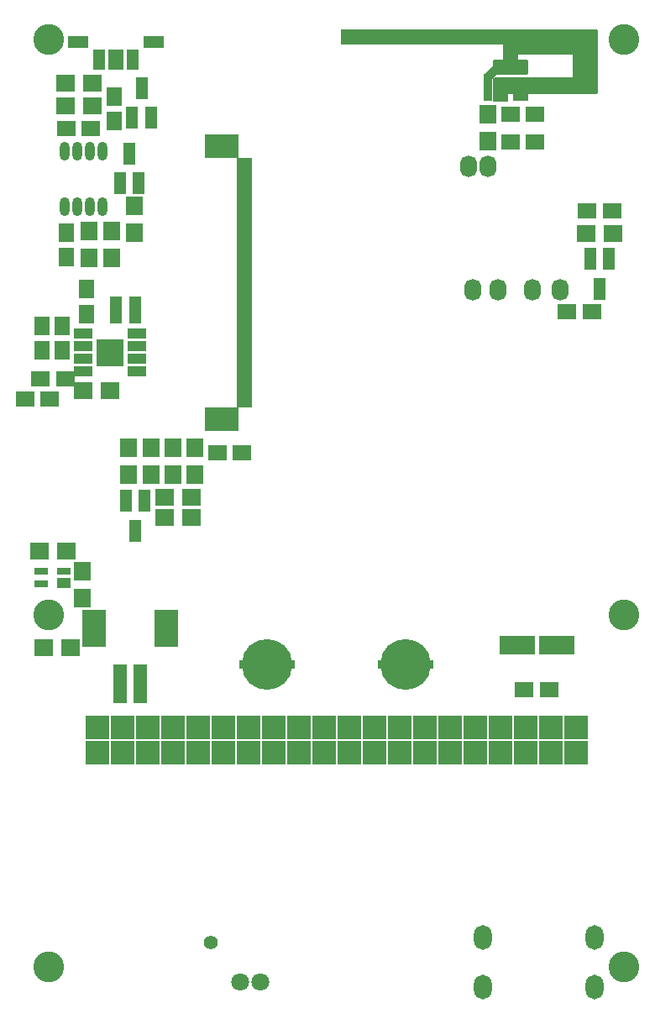
<source format=gbr>
G04 #@! TF.FileFunction,Soldermask,Bot*
%FSLAX46Y46*%
G04 Gerber Fmt 4.6, Leading zero omitted, Abs format (unit mm)*
G04 Created by KiCad (PCBNEW 4.0.5) date 03/19/17 00:11:40*
%MOMM*%
%LPD*%
G01*
G04 APERTURE LIST*
%ADD10C,0.100000*%
%ADD11R,2.100000X1.300000*%
%ADD12R,1.200000X2.000000*%
%ADD13R,1.600000X2.000000*%
%ADD14C,3.100000*%
%ADD15R,2.400000X2.400000*%
%ADD16C,1.800000*%
%ADD17O,1.800000X2.500000*%
%ADD18C,1.400000*%
%ADD19O,1.700000X2.200000*%
%ADD20O,1.009600X1.873200*%
%ADD21R,1.950000X1.000000*%
%ADD22R,1.575000X1.575000*%
%ADD23R,1.200000X2.300000*%
%ADD24R,1.700000X1.900000*%
%ADD25R,1.650000X1.900000*%
%ADD26R,1.900000X1.700000*%
%ADD27R,1.650000X0.700000*%
%ADD28R,3.400000X2.400000*%
%ADD29R,1.900000X1.650000*%
%ADD30R,25.780000X1.610000*%
%ADD31R,7.400000X2.610000*%
%ADD32R,2.580000X6.370000*%
%ADD33R,10.380000X1.690000*%
%ADD34R,3.400000X1.610000*%
%ADD35R,3.600000X1.410000*%
%ADD36R,1.600000X4.620000*%
%ADD37R,1.550000X2.430000*%
%ADD38R,1.550000X2.330000*%
%ADD39R,0.860000X2.766000*%
%ADD40C,0.600000*%
%ADD41R,1.980000X1.410000*%
%ADD42R,0.600000X0.600000*%
%ADD43R,0.450000X2.200000*%
%ADD44R,3.900000X0.650000*%
%ADD45C,5.100000*%
%ADD46R,2.520000X0.270000*%
%ADD47R,3.500000X0.450000*%
%ADD48R,2.800000X0.450000*%
%ADD49R,0.900000X0.900000*%
%ADD50R,0.270000X0.270000*%
%ADD51R,0.650000X0.650000*%
%ADD52R,0.520000X0.270000*%
%ADD53R,1.150000X0.650000*%
%ADD54R,0.900000X0.650000*%
%ADD55R,0.170000X0.520000*%
%ADD56R,0.270000X0.520000*%
%ADD57R,0.220000X0.220000*%
%ADD58R,0.420000X0.250000*%
%ADD59R,0.420000X0.420000*%
%ADD60R,1.200000X0.630000*%
%ADD61R,1.400000X0.630000*%
%ADD62R,0.650000X0.800000*%
%ADD63R,0.270000X0.420000*%
%ADD64R,0.800000X0.650000*%
%ADD65C,0.220000*%
%ADD66R,1.250000X2.700000*%
%ADD67R,1.400000X0.800000*%
%ADD68R,1.400000X1.000000*%
%ADD69R,3.600000X1.900000*%
%ADD70R,1.400000X3.900000*%
%ADD71R,2.400000X3.800000*%
G04 APERTURE END LIST*
D10*
D11*
X84060000Y-64510000D03*
X76460000Y-64510000D03*
D12*
X81960000Y-66310000D03*
D13*
X80260000Y-66310000D03*
D12*
X78560000Y-66310000D03*
D14*
X131500000Y-157750000D03*
D15*
X126645000Y-133560000D03*
X126645000Y-136100000D03*
X124105000Y-136100000D03*
X121565000Y-136100000D03*
X119025000Y-136100000D03*
X116485000Y-136100000D03*
X113945000Y-136100000D03*
X111405000Y-136100000D03*
X108865000Y-136100000D03*
X106325000Y-136100000D03*
X103785000Y-136100000D03*
X101245000Y-136100000D03*
X98705000Y-136100000D03*
X96165000Y-136100000D03*
X93625000Y-136100000D03*
X91085000Y-136100000D03*
X88545000Y-136100000D03*
X86005000Y-136100000D03*
X83465000Y-136100000D03*
X80925000Y-136100000D03*
X78385000Y-136100000D03*
X124105000Y-133560000D03*
X121565000Y-133560000D03*
X119025000Y-133560000D03*
X116485000Y-133560000D03*
X113945000Y-133560000D03*
X111405000Y-133560000D03*
X108865000Y-133560000D03*
X106325000Y-133560000D03*
X103785000Y-133560000D03*
X101245000Y-133560000D03*
X98705000Y-133560000D03*
X96165000Y-133560000D03*
X93625000Y-133560000D03*
X91085000Y-133560000D03*
X88545000Y-133560000D03*
X83465000Y-133560000D03*
X86005000Y-133560000D03*
X80925000Y-133560000D03*
X78385000Y-133560000D03*
D16*
X92785000Y-159260000D03*
X94785000Y-159260000D03*
D17*
X117285000Y-154760000D03*
X117285000Y-159760000D03*
X128535000Y-159760000D03*
X128535000Y-154760000D03*
D18*
X89785000Y-155260000D03*
D19*
X125065000Y-89460000D03*
X122265000Y-89460000D03*
X118765000Y-89460000D03*
X116285000Y-89460000D03*
X115785000Y-77060000D03*
X117785000Y-77060000D03*
D20*
X75106299Y-75536865D03*
X76376299Y-75536865D03*
X77646299Y-75536865D03*
X78916299Y-75536865D03*
X78916299Y-81124865D03*
X77646299Y-81124865D03*
X76376299Y-81124865D03*
X75106299Y-81124865D03*
D21*
X82383399Y-93902157D03*
X82383399Y-95172157D03*
X82383399Y-96442157D03*
X82383399Y-97712157D03*
X76983399Y-97712157D03*
X76983399Y-96442157D03*
X76983399Y-95172157D03*
X76983399Y-93902157D03*
D22*
X79095899Y-96394657D03*
X79095899Y-95219657D03*
X80270899Y-96394657D03*
X80270899Y-95219657D03*
D23*
X81249155Y-110748315D03*
X83149155Y-110748315D03*
X82199155Y-113748315D03*
X83803299Y-72148315D03*
X81903299Y-72148315D03*
X82853299Y-69148315D03*
D14*
X73500000Y-122250000D03*
D24*
X88199155Y-108098315D03*
X88199155Y-105398315D03*
D25*
X72830000Y-95600000D03*
X72830000Y-93100000D03*
D24*
X81499155Y-108098315D03*
X81499155Y-105398315D03*
X85999155Y-108098315D03*
X85999155Y-105398315D03*
D26*
X76949155Y-99648315D03*
X79649155Y-99648315D03*
D27*
X93235000Y-101010000D03*
X93235000Y-100510000D03*
D28*
X90910000Y-102550000D03*
D27*
X93235000Y-99510000D03*
X93235000Y-100010000D03*
X93235000Y-99010000D03*
X93235000Y-98010000D03*
X93235000Y-98510000D03*
X93235000Y-97510000D03*
X93235000Y-96510000D03*
X93235000Y-97010000D03*
X93235000Y-94510000D03*
X93235000Y-94010000D03*
X93235000Y-93510000D03*
X93235000Y-93010000D03*
X93235000Y-92010000D03*
X93235000Y-92510000D03*
X93235000Y-91510000D03*
X93235000Y-95010000D03*
X93235000Y-95510000D03*
X93235000Y-96010000D03*
X93235000Y-82510000D03*
X93235000Y-81510000D03*
X93235000Y-82010000D03*
X93235000Y-83510000D03*
X93235000Y-83010000D03*
X93235000Y-84010000D03*
X93235000Y-91010000D03*
X93235000Y-90010000D03*
X93235000Y-90510000D03*
X93235000Y-88510000D03*
X93235000Y-87510000D03*
X93235000Y-88010000D03*
X93235000Y-89510000D03*
X93235000Y-89010000D03*
X93235000Y-86510000D03*
X93235000Y-85510000D03*
X93235000Y-87010000D03*
X93235000Y-86010000D03*
X93235000Y-84510000D03*
X93235000Y-85010000D03*
X93235000Y-80010000D03*
X93235000Y-81010000D03*
X93235000Y-80510000D03*
X93235000Y-79010000D03*
X93235000Y-79510000D03*
X93235000Y-78510000D03*
X93235000Y-76510000D03*
X93235000Y-78010000D03*
X93235000Y-77010000D03*
X93235000Y-77510000D03*
D28*
X90910000Y-74970000D03*
D29*
X75149155Y-98448315D03*
X72649155Y-98448315D03*
D26*
X87849155Y-112448315D03*
X85149155Y-112448315D03*
X85149155Y-110348315D03*
X87849155Y-110348315D03*
D29*
X90464000Y-105918000D03*
X92964000Y-105918000D03*
D26*
X72999155Y-125498315D03*
X75699155Y-125498315D03*
D29*
X122535000Y-74560000D03*
X120035000Y-74560000D03*
X122535000Y-71810000D03*
X120035000Y-71810000D03*
D24*
X117785000Y-74510000D03*
X117785000Y-71810000D03*
X83799155Y-108098315D03*
X83799155Y-105398315D03*
D29*
X128250000Y-91694000D03*
X125750000Y-91694000D03*
D25*
X80059299Y-72468865D03*
X80059299Y-69968865D03*
D29*
X75253299Y-73250865D03*
X77753299Y-73250865D03*
D25*
X75233299Y-83684865D03*
X75233299Y-86184865D03*
D23*
X82549155Y-78748315D03*
X80649155Y-78748315D03*
X81599155Y-75748315D03*
D26*
X77853299Y-68678865D03*
X75153299Y-68678865D03*
X77853299Y-70964865D03*
X75153299Y-70964865D03*
D24*
X79805299Y-83584865D03*
X79805299Y-86284865D03*
X82091299Y-81044865D03*
X82091299Y-83744865D03*
X77519299Y-86284865D03*
X77519299Y-83584865D03*
D25*
X74862000Y-95600000D03*
X74862000Y-93100000D03*
X77321166Y-91921750D03*
X77321166Y-89421750D03*
D14*
X131500000Y-122250000D03*
X131500000Y-64250000D03*
X73500000Y-64250000D03*
X73500000Y-157750000D03*
D30*
X115875000Y-63985000D03*
D31*
X122985000Y-64485000D03*
D32*
X127575000Y-66465000D03*
D33*
X123575000Y-68905000D03*
D34*
X120085000Y-66995000D03*
D35*
X120085000Y-66995000D03*
D36*
X120085000Y-65490000D03*
D37*
X121110000Y-69275000D03*
D38*
X119060000Y-69325000D03*
D39*
X117805000Y-69107000D03*
D10*
G36*
X119093005Y-67298107D02*
X117929107Y-68462005D01*
X117320995Y-67853893D01*
X118484893Y-66689995D01*
X119093005Y-67298107D01*
X119093005Y-67298107D01*
G37*
D40*
X128565000Y-63480000D03*
X128565000Y-69450000D03*
X118585000Y-68360000D03*
X117675000Y-67924000D03*
X118585000Y-66490000D03*
X121585000Y-67500000D03*
X121585000Y-66490000D03*
D41*
X103875000Y-63985000D03*
D40*
X103185000Y-63480000D03*
X103185000Y-64490000D03*
D42*
X118585000Y-67500000D03*
D43*
X93485000Y-127260000D03*
X97485000Y-127260000D03*
D44*
X95685000Y-127260000D03*
D45*
X95485000Y-127260000D03*
D44*
X95358000Y-127760000D03*
D46*
X95425000Y-125260000D03*
D47*
X95739000Y-126260000D03*
D44*
X95358000Y-126760000D03*
D46*
X95425000Y-129260000D03*
D48*
X95175000Y-125760000D03*
D47*
X95739000Y-128260000D03*
D48*
X95175000Y-128760000D03*
D10*
G36*
X96671146Y-129395564D02*
X96464314Y-129222012D01*
X97418854Y-128084436D01*
X97625686Y-128257988D01*
X96671146Y-129395564D01*
X96671146Y-129395564D01*
G37*
G36*
X93216246Y-128246605D02*
X93560966Y-127957351D01*
X94203754Y-128723395D01*
X93859034Y-129012649D01*
X93216246Y-128246605D01*
X93216246Y-128246605D01*
G37*
G36*
X93560966Y-126562649D02*
X93216246Y-126273395D01*
X93859034Y-125507351D01*
X94203754Y-125796605D01*
X93560966Y-126562649D01*
X93560966Y-126562649D01*
G37*
G36*
X96464314Y-125297988D02*
X96671146Y-125124436D01*
X97625686Y-126262012D01*
X97418854Y-126435564D01*
X96464314Y-125297988D01*
X96464314Y-125297988D01*
G37*
D49*
X93135000Y-127260000D03*
X97835000Y-127260000D03*
D50*
X96545000Y-129260000D03*
D51*
X97315000Y-128260000D03*
D52*
X97255000Y-126260000D03*
D50*
X96545000Y-125260000D03*
D51*
X93995000Y-128760000D03*
D53*
X93735000Y-127760000D03*
D51*
X94005000Y-125760000D03*
D54*
X93645000Y-126760000D03*
D55*
X93515000Y-128100000D03*
D10*
G36*
X93521442Y-128424972D02*
X93380028Y-128256442D01*
X93548558Y-128115028D01*
X93689972Y-128283558D01*
X93521442Y-128424972D01*
X93521442Y-128424972D01*
G37*
D56*
X93485000Y-127920000D03*
D53*
X94205000Y-127760000D03*
X94705000Y-127760000D03*
X97625000Y-127260000D03*
D10*
G36*
X96969332Y-125854931D02*
X97137861Y-125713517D01*
X97600668Y-126265069D01*
X97432139Y-126406483D01*
X96969332Y-125854931D01*
X96969332Y-125854931D01*
G37*
D57*
X97375000Y-126220000D03*
X97475000Y-128190000D03*
D58*
X93595000Y-127770000D03*
D59*
X93325000Y-127250000D03*
D50*
X96415000Y-125260000D03*
X96315000Y-125260000D03*
D51*
X96175000Y-125260000D03*
X96035000Y-125260000D03*
X95855000Y-125260000D03*
D60*
X97235000Y-127260000D03*
D61*
X96745000Y-127260000D03*
D62*
X93485000Y-126760000D03*
D63*
X93485000Y-126460000D03*
D10*
G36*
X93614259Y-125940521D02*
X93884230Y-125618782D01*
X94075741Y-125779479D01*
X93805770Y-126101218D01*
X93614259Y-125940521D01*
X93614259Y-125940521D01*
G37*
D63*
X97485000Y-126460000D03*
D62*
X97485000Y-126740000D03*
X97485000Y-127010000D03*
D64*
X96995000Y-126260000D03*
D10*
G36*
X93537910Y-126442916D02*
X93346398Y-126282219D01*
X93552090Y-126037084D01*
X93743602Y-126197781D01*
X93537910Y-126442916D01*
X93537910Y-126442916D01*
G37*
D65*
X93495000Y-126320000D03*
D40*
X97465000Y-126330000D03*
D43*
X107485000Y-127260000D03*
X111485000Y-127260000D03*
D44*
X109685000Y-127260000D03*
D45*
X109485000Y-127260000D03*
D44*
X109358000Y-127760000D03*
D46*
X109425000Y-125260000D03*
D47*
X109739000Y-126260000D03*
D44*
X109358000Y-126760000D03*
D46*
X109425000Y-129260000D03*
D48*
X109175000Y-125760000D03*
D47*
X109739000Y-128260000D03*
D48*
X109175000Y-128760000D03*
D10*
G36*
X110671146Y-129395564D02*
X110464314Y-129222012D01*
X111418854Y-128084436D01*
X111625686Y-128257988D01*
X110671146Y-129395564D01*
X110671146Y-129395564D01*
G37*
G36*
X107216246Y-128246605D02*
X107560966Y-127957351D01*
X108203754Y-128723395D01*
X107859034Y-129012649D01*
X107216246Y-128246605D01*
X107216246Y-128246605D01*
G37*
G36*
X107560966Y-126562649D02*
X107216246Y-126273395D01*
X107859034Y-125507351D01*
X108203754Y-125796605D01*
X107560966Y-126562649D01*
X107560966Y-126562649D01*
G37*
G36*
X110464314Y-125297988D02*
X110671146Y-125124436D01*
X111625686Y-126262012D01*
X111418854Y-126435564D01*
X110464314Y-125297988D01*
X110464314Y-125297988D01*
G37*
D49*
X107135000Y-127260000D03*
X111835000Y-127260000D03*
D50*
X110545000Y-129260000D03*
D51*
X111315000Y-128260000D03*
D52*
X111255000Y-126260000D03*
D50*
X110545000Y-125260000D03*
D51*
X107995000Y-128760000D03*
D53*
X107735000Y-127760000D03*
D51*
X108005000Y-125760000D03*
D54*
X107645000Y-126760000D03*
D55*
X107515000Y-128100000D03*
D10*
G36*
X107521442Y-128424972D02*
X107380028Y-128256442D01*
X107548558Y-128115028D01*
X107689972Y-128283558D01*
X107521442Y-128424972D01*
X107521442Y-128424972D01*
G37*
D56*
X107485000Y-127920000D03*
D53*
X108205000Y-127760000D03*
X108705000Y-127760000D03*
X111625000Y-127260000D03*
D10*
G36*
X110969332Y-125854931D02*
X111137861Y-125713517D01*
X111600668Y-126265069D01*
X111432139Y-126406483D01*
X110969332Y-125854931D01*
X110969332Y-125854931D01*
G37*
D57*
X111375000Y-126220000D03*
X111475000Y-128190000D03*
D58*
X107595000Y-127770000D03*
D59*
X107325000Y-127250000D03*
D50*
X110415000Y-125260000D03*
X110315000Y-125260000D03*
D51*
X110175000Y-125260000D03*
X110035000Y-125260000D03*
X109855000Y-125260000D03*
D60*
X111235000Y-127260000D03*
D61*
X110745000Y-127260000D03*
D62*
X107485000Y-126760000D03*
D63*
X107485000Y-126460000D03*
D10*
G36*
X107614259Y-125940521D02*
X107884230Y-125618782D01*
X108075741Y-125779479D01*
X107805770Y-126101218D01*
X107614259Y-125940521D01*
X107614259Y-125940521D01*
G37*
D63*
X111485000Y-126460000D03*
D62*
X111485000Y-126740000D03*
X111485000Y-127010000D03*
D64*
X110995000Y-126260000D03*
D10*
G36*
X107537910Y-126442916D02*
X107346398Y-126282219D01*
X107552090Y-126037084D01*
X107743602Y-126197781D01*
X107537910Y-126442916D01*
X107537910Y-126442916D01*
G37*
D65*
X107495000Y-126320000D03*
D40*
X111465000Y-126330000D03*
D66*
X82182399Y-91489157D03*
X80232399Y-91489157D03*
D29*
X127782000Y-81534000D03*
X130282000Y-81534000D03*
X121432000Y-129794000D03*
X123932000Y-129794000D03*
D23*
X128082000Y-86360000D03*
X129982000Y-86360000D03*
X129032000Y-89360000D03*
D26*
X127682000Y-83820000D03*
X130382000Y-83820000D03*
D29*
X71099155Y-100498315D03*
X73599155Y-100498315D03*
D26*
X75249155Y-115798315D03*
X72549155Y-115798315D03*
D24*
X76849155Y-120548315D03*
X76849155Y-117848315D03*
D67*
X75049155Y-117798315D03*
D68*
X75049155Y-118998315D03*
D67*
X72749155Y-119098315D03*
X72749155Y-117798315D03*
D69*
X120749155Y-125248315D03*
X124749155Y-125248315D03*
D70*
X80699155Y-129148315D03*
X82699155Y-129148315D03*
D71*
X78099155Y-123598315D03*
X85299155Y-123598315D03*
M02*

</source>
